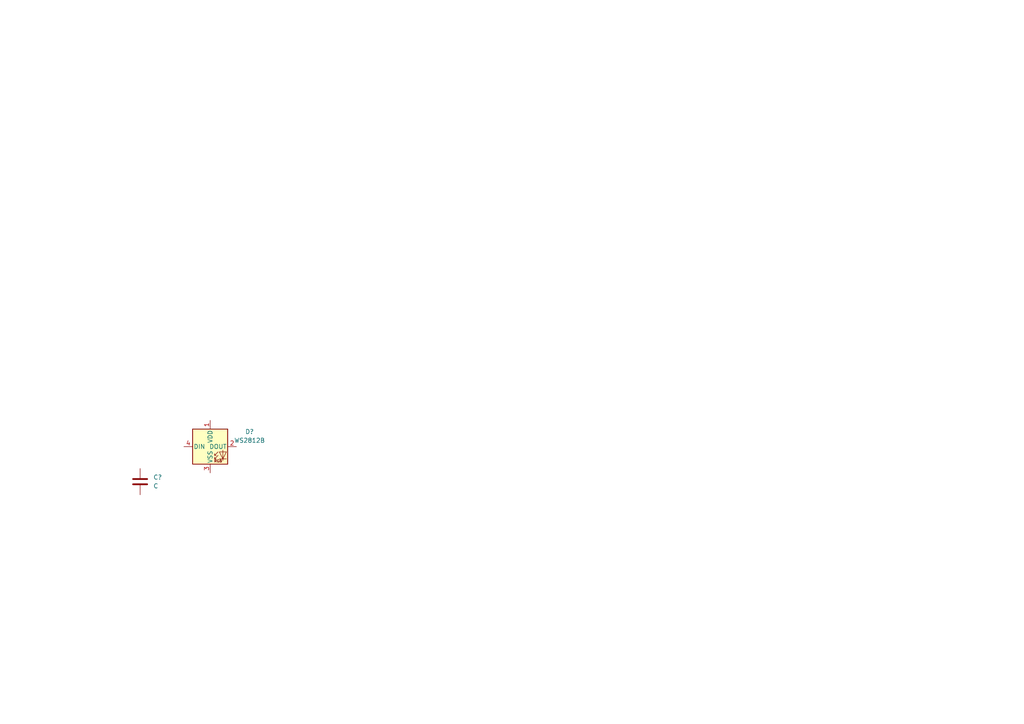
<source format=kicad_sch>
(kicad_sch (version 20211123) (generator eeschema)
  (paper "A4")
  (lib_symbols
    (symbol "Device:C" (pin_numbers hide) (pin_names (offset 0.254))
      (property "Reference" "C" (at 0.635 2.54 0))
      (property "Value" "C" (at 0.635 -2.54 0))
      (symbol "C_0_1"
        (polyline (pts (xy -2.032 -0.762) (xy 2.032 -0.762)) (stroke (width 0.508)))
        (polyline (pts (xy -2.032 0.762) (xy 2.032 0.762)) (stroke (width 0.508)))
      )
      (symbol "C_1_1"
        (pin passive line (at 0 3.81 270) (length 2.794) (name "~") (number "1"))
        (pin passive line (at 0 -3.81 90) (length 2.794) (name "~") (number "2"))
      )
    )
    (symbol "LED:WS2812B" (pin_names (offset 0.254))
      (property "Reference" "D" (at 5.08 5.715 0))
      (property "Value" "WS2812B" (at 1.27 -5.715 0))
      (symbol "WS2812B_0_0"
        (text "RGB" (at 2.286 -4.191 0) (effects (font (size 0.762 0.762))))
      )
      (symbol "WS2812B_0_1"
        (polyline (pts (xy 1.27 -3.556) (xy 1.778 -3.556)))
        (polyline (pts (xy 1.27 -2.54) (xy 1.778 -2.54)))
        (polyline (pts (xy 4.699 -3.556) (xy 2.667 -3.556)))
        (polyline (pts (xy 2.286 -2.54) (xy 1.27 -3.556) (xy 1.27 -3.048)))
        (polyline (pts (xy 2.286 -1.524) (xy 1.27 -2.54) (xy 1.27 -2.032)))
        (polyline (pts (xy 3.683 -1.016) (xy 3.683 -3.556) (xy 3.683 -4.064)))
        (polyline (pts (xy 4.699 -1.524) (xy 2.667 -1.524) (xy 3.683 -3.556) (xy 4.699 -1.524)))
        (rectangle (start 5.08 5.08) (end -5.08 -5.08) (stroke (width 0.254)) (fill (type background)))
      )
      (symbol "WS2812B_1_1"
        (pin power_in line (at 0 7.62 270) (length 2.54) (name "VDD") (number "1"))
        (pin output line (at 7.62 0 180) (length 2.54) (name "DOUT") (number "2"))
        (pin power_in line (at 0 -7.62 90) (length 2.54) (name "VSS") (number "3"))
        (pin input line (at -7.62 0 0) (length 2.54) (name "DIN") (number "4"))
      )
    )
  )
  (symbol (lib_id "LED:WS2812B") (at 60.96 129.54 0) (unit 1)
    (property "Reference" "D?" (at 72.39 125.2093 0))
    (property "Value" "WS2812B" (at 72.39 127.7493 0))
    (property "Footprint" "LED_SMD:LED_WS2812B_PLCC4_5.0x5.0mm_P3.2mm" (effects hide))
    (property "Datasheet" "https://cdn-shop.adafruit.com/datasheets/WS2812B.pdf" (effects hide))
  )
  (symbol (lib_id "Device:C") (at 40.64 139.7 0) (unit 1)
    (property "Reference" "C?" (at 44.45 138.4299 0) (effects (justify left)))
    (property "Value" "C" (at 44.45 140.9699 0) (effects (justify left)))
  )
)
</source>
